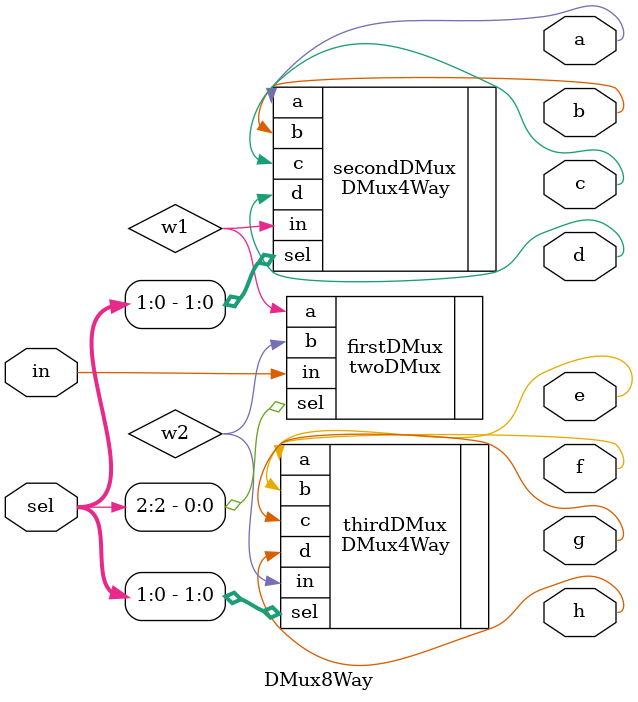
<source format=v>
module DMux8Way (in,sel,a,b,c,d,e,f,g,h);

	input in;
	input [2:0] sel;
	output a,b,c,d,e,f,g,h;
	wire w1,w2;
	
	twoDMux firstDMux(
	.in(in),
	.sel(sel[2]),
	.a(w1),
	.b(w2));
	
	DMux4Way secondDMux(
	.in(w1),
	.sel(sel[1:0]),
	.a(a),
	.b(b),
	.c(c),
	.d(d));
	
	DMux4Way thirdDMux(
	.in(w2),
	.sel(sel[1:0]),
	.a(e),
	.b(f),
	.c(g),
	.d(h));

endmodule
</source>
